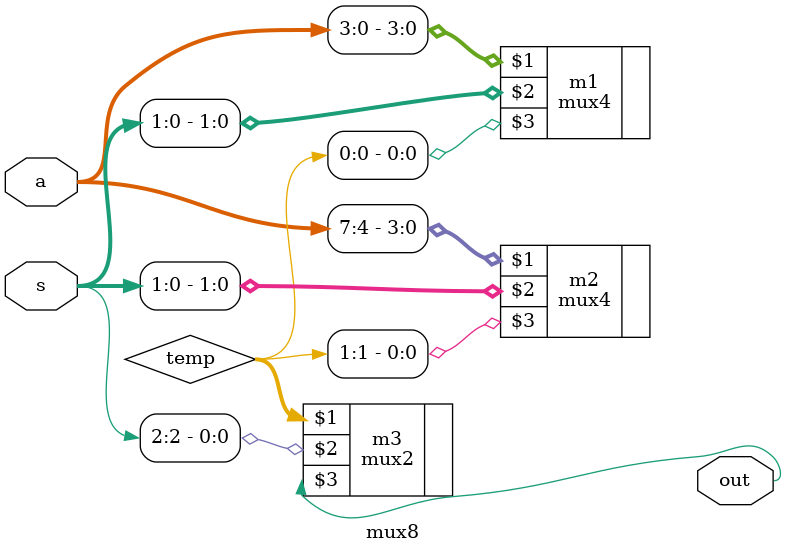
<source format=v>
`timescale 1ns / 1ps

module mux8(
    input [7:0] a,
    input [2:0] s,
    output out
    );
    
    wire [1:0] temp;
    
    mux4 m1(a[3:0], s[1:0], temp[0]);
	mux4 m2(a[7:4], s[1:0], temp[1]);
    mux2 m3(temp, s[2], out);
    
endmodule

</source>
